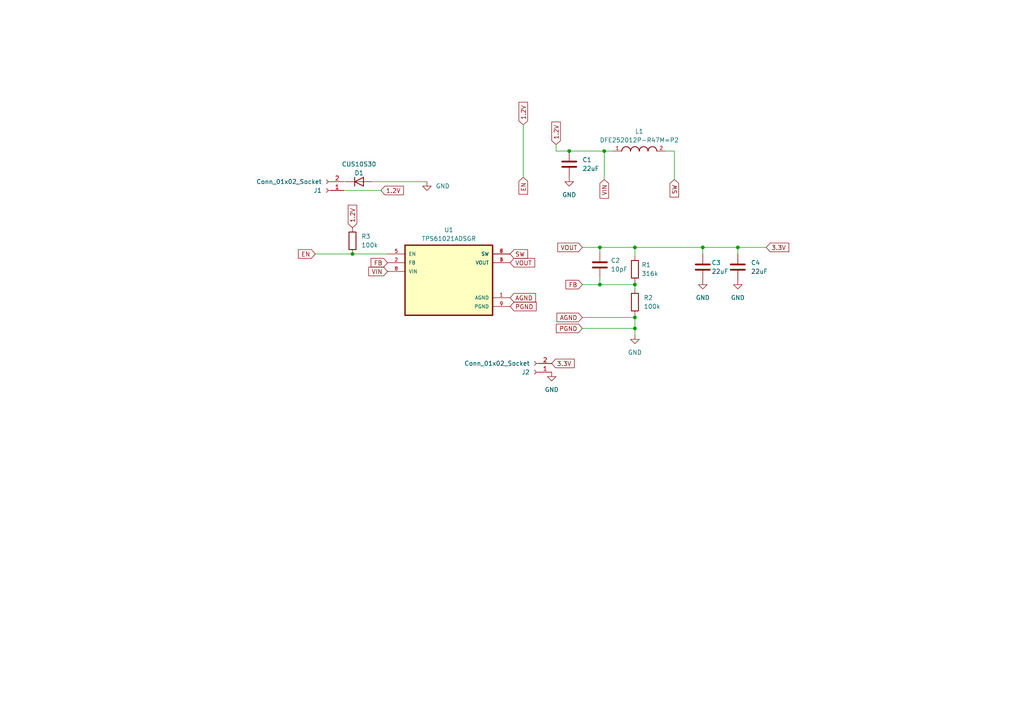
<source format=kicad_sch>
(kicad_sch (version 20230121) (generator eeschema)
  (paper "A4")
  (lib_symbols
    (symbol "Connector:Conn_01x02_Socket" (pin_names (offset 1.016) hide)
      (property "Reference" "J" (at 0 2.54 0))
      (property "Value" "Conn_01x02_Socket" (at 0 -5.08 0))
      (symbol "Conn_01x02_Socket_1_1"
        (arc (start 0 -2.032) (mid -0.5058 -2.54) (end 0 -3.048) (stroke (width 0.1524)))
        (polyline (pts (xy -1.27 -2.54) (xy -0.508 -2.54)) (stroke (width 0.1524)))
        (polyline (pts (xy -1.27 0) (xy -0.508 0)) (stroke (width 0.1524)))
        (arc (start 0 0.508) (mid -0.5058 0) (end 0 -0.508) (stroke (width 0.1524)))
        (pin passive line (at -5.08 0 0) (length 3.81) (name "Pin_1") (number "1"))
        (pin passive line (at -5.08 -2.54 0) (length 3.81) (name "Pin_2") (number "2"))
      )
    )
    (symbol "DFE252012P-R47M_P2:DFE252012P-R47M=P2" (pin_names (offset 1.016))
      (property "Reference" "L" (at -7.62 5.08 0))
      (property "Value" "DFE252012P-R47M=P2" (at -7.62 2.54 0))
      (symbol "DFE252012P-R47M=P2_0_0"
        (arc (start -2.54 0) (mid -3.81 1.2645) (end -5.08 0) (stroke (width 0.254)))
        (arc (start 0 0) (mid -1.27 1.2645) (end -2.54 0) (stroke (width 0.254)))
        (arc (start 2.54 0) (mid 1.27 1.2645) (end 0 0) (stroke (width 0.254)))
        (arc (start 5.08 0) (mid 3.81 1.2645) (end 2.54 0) (stroke (width 0.254)))
        (pin passive line (at -7.62 0 0) (length 2.54) (name "~") (number "1"))
        (pin passive line (at 7.62 0 180) (length 2.54) (name "~") (number "2"))
      )
    )
    (symbol "Device:C" (pin_numbers hide) (pin_names (offset 0.254))
      (property "Reference" "C" (at 0.635 2.54 0))
      (property "Value" "C" (at 0.635 -2.54 0))
      (symbol "C_0_1"
        (polyline (pts (xy -2.032 -0.762) (xy 2.032 -0.762)) (stroke (width 0.508)))
        (polyline (pts (xy -2.032 0.762) (xy 2.032 0.762)) (stroke (width 0.508)))
      )
      (symbol "C_1_1"
        (pin passive line (at 0 3.81 270) (length 2.794) (name "~") (number "1"))
        (pin passive line (at 0 -3.81 90) (length 2.794) (name "~") (number "2"))
      )
    )
    (symbol "Device:R" (pin_numbers hide) (pin_names (offset 0))
      (property "Reference" "R" (at 2.032 0 90))
      (property "Value" "R" (at 0 0 90))
      (symbol "R_0_1"
        (rectangle (start -1.016 -2.54) (end 1.016 2.54) (stroke (width 0.254)))
      )
      (symbol "R_1_1"
        (pin passive line (at 0 3.81 270) (length 1.27) (name "~") (number "1"))
        (pin passive line (at 0 -3.81 90) (length 1.27) (name "~") (number "2"))
      )
    )
    (symbol "Diode:1N4148WT" (pin_numbers hide) (pin_names hide)
      (property "Reference" "D" (at 0 2.54 0))
      (property "Value" "1N4148WT" (at 0 -2.54 0))
      (symbol "1N4148WT_0_1"
        (polyline (pts (xy -1.27 1.27) (xy -1.27 -1.27)) (stroke (width 0.254)))
        (polyline (pts (xy 1.27 0) (xy -1.27 0)))
        (polyline (pts (xy 1.27 1.27) (xy 1.27 -1.27) (xy -1.27 0) (xy 1.27 1.27)) (stroke (width 0.254)))
      )
      (symbol "1N4148WT_1_1"
        (pin passive line (at -3.81 0 0) (length 2.54) (name "K") (number "1"))
        (pin passive line (at 3.81 0 180) (length 2.54) (name "A") (number "2"))
      )
    )
    (symbol "TPS61021ADSGR:TPS61021ADSGR" (pin_names (offset 1.016))
      (property "Reference" "U" (at -12.7 11.16 0))
      (property "Value" "TPS61021ADSGR" (at -12.7 -14.16 0))
      (symbol "TPS61021ADSGR_0_0"
        (rectangle (start -12.7 -10.16) (end 12.7 10.16) (stroke (width 0.41)) (fill (type background)))
        (pin power_in line (at 17.78 -5.08 180) (length 5.08) (name "AGND") (number "1"))
        (pin input line (at -17.78 5.08 0) (length 5.08) (name "FB") (number "2"))
        (pin output line (at 17.78 5.08 180) (length 5.08) (name "VOUT") (number "3"))
        (pin output line (at 17.78 5.08 180) (length 5.08) (name "VOUT") (number "4"))
        (pin input line (at -17.78 7.62 0) (length 5.08) (name "EN") (number "5"))
        (pin output line (at 17.78 7.62 180) (length 5.08) (name "SW") (number "6"))
        (pin output line (at 17.78 7.62 180) (length 5.08) (name "SW") (number "7"))
        (pin input line (at -17.78 2.54 0) (length 5.08) (name "VIN") (number "8"))
        (pin power_in line (at 17.78 -7.62 180) (length 5.08) (name "PGND") (number "9"))
      )
    )
    (symbol "power:GND" (power) (pin_names (offset 0))
      (property "Value" "GND" (at 0 -3.81 0))
      (symbol "GND_0_1"
        (polyline (pts (xy 0 0) (xy 0 -1.27) (xy 1.27 -1.27) (xy 0 -2.54) (xy -1.27 -1.27) (xy 0 -1.27)))
      )
      (symbol "GND_1_1"
        (pin power_in line (at 0 0 270) (length 0) hide (name "GND") (number "1"))
      )
    )
  )
  (junction (at 184.15 92.075))
  (junction (at 184.15 82.55))
  (junction (at 165.1 43.815))
  (junction (at 173.99 71.755))
  (junction (at 102.235 73.66))
  (junction (at 173.99 82.55))
  (junction (at 203.835 71.755))
  (junction (at 175.26 43.815))
  (junction (at 184.15 95.25))
  (junction (at 184.15 71.755))
  (junction (at 213.995 71.755))
  (wire (pts (xy 175.26 43.815) (xy 177.8 43.815)))
  (wire (pts (xy 184.15 82.55) (xy 184.15 83.82)))
  (wire (pts (xy 168.91 82.55) (xy 173.99 82.55)))
  (wire (pts (xy 99.695 55.245) (xy 110.49 55.245)))
  (wire (pts (xy 168.91 92.075) (xy 184.15 92.075)))
  (wire (pts (xy 184.15 91.44) (xy 184.15 92.075)))
  (wire (pts (xy 100.33 52.705) (xy 99.695 52.705)))
  (wire (pts (xy 173.99 82.55) (xy 184.15 82.55)))
  (wire (pts (xy 173.99 80.645) (xy 173.99 82.55)))
  (wire (pts (xy 175.26 52.07) (xy 175.26 43.815)))
  (wire (pts (xy 168.91 71.755) (xy 173.99 71.755)))
  (wire (pts (xy 151.765 36.195) (xy 151.765 51.435)))
  (wire (pts (xy 161.29 43.815) (xy 165.1 43.815)))
  (wire (pts (xy 184.15 81.915) (xy 184.15 82.55)))
  (wire (pts (xy 102.235 73.66) (xy 112.395 73.66)))
  (wire (pts (xy 203.835 71.755) (xy 203.835 73.66)))
  (wire (pts (xy 184.15 92.075) (xy 184.15 95.25)))
  (wire (pts (xy 195.58 52.07) (xy 195.58 43.815)))
  (wire (pts (xy 173.99 71.755) (xy 173.99 73.025)))
  (wire (pts (xy 173.99 71.755) (xy 184.15 71.755)))
  (wire (pts (xy 184.15 71.755) (xy 203.835 71.755)))
  (wire (pts (xy 213.995 71.755) (xy 222.25 71.755)))
  (wire (pts (xy 161.29 41.91) (xy 161.29 43.815)))
  (wire (pts (xy 213.995 73.66) (xy 213.995 71.755)))
  (wire (pts (xy 165.1 43.815) (xy 175.26 43.815)))
  (wire (pts (xy 184.15 71.755) (xy 184.15 74.295)))
  (wire (pts (xy 168.91 95.25) (xy 184.15 95.25)))
  (wire (pts (xy 203.835 71.755) (xy 213.995 71.755)))
  (wire (pts (xy 91.44 73.66) (xy 102.235 73.66)))
  (wire (pts (xy 195.58 43.815) (xy 193.04 43.815)))
  (wire (pts (xy 107.95 52.705) (xy 123.825 52.705)))
  (wire (pts (xy 184.15 95.25) (xy 184.15 97.155)))
  (global_label "1.2V" (shape input) (at 151.765 36.195 90) (property "Intersheetrefs" "${INTERSHEET_REFS}" (effects hide)))
  (global_label "AGND" (shape input) (at 168.91 92.075 180) (property "Intersheetrefs" "${INTERSHEET_REFS}" (effects hide)))
  (global_label "AGND" (shape input) (at 147.955 86.36 0) (property "Intersheetrefs" "${INTERSHEET_REFS}" (effects hide)))
  (global_label "EN" (shape input) (at 91.44 73.66 180) (property "Intersheetrefs" "${INTERSHEET_REFS}" (effects hide)))
  (global_label "1.2V" (shape input) (at 161.29 41.91 90) (property "Intersheetrefs" "${INTERSHEET_REFS}" (effects hide)))
  (global_label "VIN" (shape input) (at 112.395 78.74 180) (property "Intersheetrefs" "${INTERSHEET_REFS}" (effects hide)))
  (global_label "VIN" (shape input) (at 175.26 52.07 270) (property "Intersheetrefs" "${INTERSHEET_REFS}" (effects hide)))
  (global_label "3.3V" (shape input) (at 160.02 105.41 0) (property "Intersheetrefs" "${INTERSHEET_REFS}" (effects hide)))
  (global_label "PGND" (shape input) (at 147.955 88.9 0) (property "Intersheetrefs" "${INTERSHEET_REFS}" (effects hide)))
  (global_label "3.3V" (shape input) (at 222.25 71.755 0) (property "Intersheetrefs" "${INTERSHEET_REFS}" (effects hide)))
  (global_label "EN" (shape input) (at 151.765 51.435 270) (property "Intersheetrefs" "${INTERSHEET_REFS}" (effects hide)))
  (global_label "VOUT" (shape input) (at 168.91 71.755 180) (property "Intersheetrefs" "${INTERSHEET_REFS}" (effects hide)))
  (global_label "1.2V" (shape input) (at 110.49 55.245 0) (property "Intersheetrefs" "${INTERSHEET_REFS}" (effects hide)))
  (global_label "SW" (shape input) (at 195.58 52.07 270) (property "Intersheetrefs" "${INTERSHEET_REFS}" (effects hide)))
  (global_label "SW" (shape input) (at 147.955 73.66 0) (property "Intersheetrefs" "${INTERSHEET_REFS}" (effects hide)))
  (global_label "VOUT" (shape input) (at 147.955 76.2 0) (property "Intersheetrefs" "${INTERSHEET_REFS}" (effects hide)))
  (global_label "1.2V" (shape input) (at 102.235 66.04 90) (property "Intersheetrefs" "${INTERSHEET_REFS}" (effects hide)))
  (global_label "PGND" (shape input) (at 168.91 95.25 180) (property "Intersheetrefs" "${INTERSHEET_REFS}" (effects hide)))
  (global_label "FB" (shape input) (at 168.91 82.55 180) (property "Intersheetrefs" "${INTERSHEET_REFS}" (effects hide)))
  (global_label "FB" (shape input) (at 112.395 76.2 180) (property "Intersheetrefs" "${INTERSHEET_REFS}" (effects hide)))
  (symbol (lib_id "power:GND") (at 165.1 51.435 0) (unit 1)
    (property "Reference" "#PWR01" (effects hide))
    (property "Value" "GND" (at 165.1 56.515 0))
  )
  (symbol (lib_id "Device:C") (at 213.995 77.47 180) (unit 1)
    (property "Reference" "C4" (at 217.805 76.2 0) (effects (justify right)))
    (property "Value" "22uF" (at 217.805 78.74 0) (effects (justify right)))
    (property "Footprint" "Capacitor_SMD:C_0805_2012Metric" (effects hide))
  )
  (symbol (lib_id "power:GND") (at 184.15 97.155 0) (unit 1)
    (property "Reference" "#PWR03" (effects hide))
    (property "Value" "GND" (at 184.15 102.235 0))
  )
  (symbol (lib_id "Connector:Conn_01x02_Socket") (at 94.615 55.245 180) (unit 1)
    (property "Reference" "J1" (at 93.345 55.245 0) (effects (justify left)))
    (property "Value" "Conn_01x02_Socket" (at 93.345 52.705 0) (effects (justify left)))
    (property "Footprint" "Yozolab:Through-Hole" (effects hide))
  )
  (symbol (lib_id "Device:R") (at 184.15 78.105 0) (unit 1)
    (property "Reference" "R1" (at 186.055 76.835 0) (effects (justify left)))
    (property "Value" "316k" (at 186.055 79.375 0) (effects (justify left)))
    (property "Footprint" "Resistor_SMD:R_0603_1608Metric" (effects hide))
  )
  (symbol (lib_id "power:GND") (at 160.02 107.95 0) (unit 1)
    (property "Reference" "#PWR06" (effects hide))
    (property "Value" "GND" (at 160.02 113.03 0))
  )
  (symbol (lib_id "DFE252012P-R47M_P2:DFE252012P-R47M=P2") (at 185.42 43.815 0) (unit 1)
    (property "Reference" "L1" (at 185.42 38.1 0))
    (property "Value" "DFE252012P-R47M=P2" (at 185.42 40.64 0))
    (property "Footprint" "DFE252012P-R47M_P2:INDC2520X120N" (effects hide))
    (property "MF" "Murata Electronics" (effects hide))
    (property "Description" "\nInductor with Inductance: 0.47uH Tol. +/-20%, Package: 1008 (2520)\n" (effects hide))
    (property "Package" "2520 Murata" (effects hide))
    (property "Price" "None" (effects hide))
    (property "SnapEDA_Link" "https://www.snapeda.com/parts/DFE252012P-R47M=P2/Murata+Electronics+North+America/view-part/?ref=snap" (effects hide))
    (property "MP" "DFE252012P-R47M=P2" (effects hide))
    (property "Purchase-URL" "https://www.snapeda.com/api/url_track_click_mouser/?unipart_id=1498785&manufacturer=Murata Electronics&part_name=DFE252012P-R47M=P2&search_term=None" (effects hide))
    (property "Availability" "In Stock" (effects hide))
    (property "Check_prices" "https://www.snapeda.com/parts/DFE252012P-R47M=P2/Murata+Electronics+North+America/view-part/?ref=eda" (effects hide))
  )
  (symbol (lib_id "Device:C") (at 173.99 76.835 180) (unit 1)
    (property "Reference" "C2" (at 177.165 75.565 0) (effects (justify right)))
    (property "Value" "10pF" (at 177.165 78.105 0) (effects (justify right)))
    (property "Footprint" "Capacitor_SMD:C_0603_1608Metric" (effects hide))
  )
  (symbol (lib_id "TPS61021ADSGR:TPS61021ADSGR") (at 130.175 81.28 0) (unit 1)
    (property "Reference" "U1" (at 130.175 66.675 0))
    (property "Value" "TPS61021ADSGR" (at 130.175 69.215 0))
    (property "Footprint" "TPS61021ADSGR:SON50P200X200X80-9N" (effects hide))
    (property "MF" "Texas Instruments" (effects hide))
    (property "Description" "\n3-A Boost Converter with 0.5-V Ultra Low Input Voltage\n" (effects hide))
    (property "Package" "WSON-8 Texas Instruments" (effects hide))
    (property "Price" "None" (effects hide))
    (property "SnapEDA_Link" "https://www.snapeda.com/parts/TPS61021ADSGR/Texas+Instruments/view-part/?ref=snap" (effects hide))
    (property "MP" "TPS61021ADSGR" (effects hide))
    (property "Purchase-URL" "https://www.snapeda.com/api/url_track_click_mouser/?unipart_id=564216&manufacturer=Texas Instruments&part_name=TPS61021ADSGR&search_term=None" (effects hide))
    (property "Availability" "In Stock" (effects hide))
    (property "Check_prices" "https://www.snapeda.com/parts/TPS61021ADSGR/Texas+Instruments/view-part/?ref=eda" (effects hide))
  )
  (symbol (lib_id "power:GND") (at 213.995 81.28 0) (unit 1)
    (property "Reference" "#PWR05" (effects hide))
    (property "Value" "GND" (at 213.995 86.36 0))
  )
  (symbol (lib_id "Device:C") (at 203.835 77.47 180) (unit 1)
    (property "Reference" "C3" (at 206.375 76.2 0) (effects (justify right)))
    (property "Value" "22uF" (at 206.375 78.74 0) (effects (justify right)))
    (property "Footprint" "Capacitor_SMD:C_0805_2012Metric" (effects hide))
  )
  (symbol (lib_id "power:GND") (at 203.835 81.28 0) (unit 1)
    (property "Reference" "#PWR04" (effects hide))
    (property "Value" "GND" (at 203.835 86.36 0))
  )
  (symbol (lib_id "Device:C") (at 165.1 47.625 180) (unit 1)
    (property "Reference" "C1" (at 168.91 46.355 0) (effects (justify right)))
    (property "Value" "22uF" (at 168.91 48.895 0) (effects (justify right)))
    (property "Footprint" "Capacitor_SMD:C_0805_2012Metric" (effects hide))
  )
  (symbol (lib_id "Device:R") (at 184.15 87.63 0) (unit 1)
    (property "Reference" "R2" (at 186.69 86.36 0) (effects (justify left)))
    (property "Value" "100k" (at 186.69 88.9 0) (effects (justify left)))
    (property "Footprint" "Resistor_SMD:R_0603_1608Metric" (effects hide))
  )
  (symbol (lib_id "power:GND") (at 123.825 52.705 0) (unit 1)
    (property "Reference" "#PWR02" (effects hide))
    (property "Value" "GND" (at 126.365 53.975 0) (effects (justify left)))
  )
  (symbol (lib_id "Diode:1N4148WT") (at 104.14 52.705 0) (unit 1)
    (property "Reference" "D1" (at 104.14 50.165 0))
    (property "Value" "CUS10S30" (at 104.14 47.625 0))
    (property "Footprint" "Diode_SMD:D_SOD-323" (effects hide))
    (property "Datasheet" "https://www.diodes.com/assets/Datasheets/ds30396.pdf" (effects hide))
    (property "Sim.Device" "D" (effects hide))
    (property "Sim.Pins" "1=K 2=A" (effects hide))
  )
  (symbol (lib_id "Device:R") (at 102.235 69.85 0) (unit 1)
    (property "Reference" "R3" (at 104.775 68.58 0) (effects (justify left)))
    (property "Value" "100k" (at 104.775 71.12 0) (effects (justify left)))
    (property "Footprint" "Resistor_SMD:R_0603_1608Metric" (effects hide))
  )
  (symbol (lib_id "Connector:Conn_01x02_Socket") (at 154.94 107.95 180) (unit 1)
    (property "Reference" "J2" (at 153.67 107.95 0) (effects (justify left)))
    (property "Value" "Conn_01x02_Socket" (at 153.67 105.41 0) (effects (justify left)))
    (property "Footprint" "Yozolab:Through-Hole" (effects hide))
  )
)
</source>
